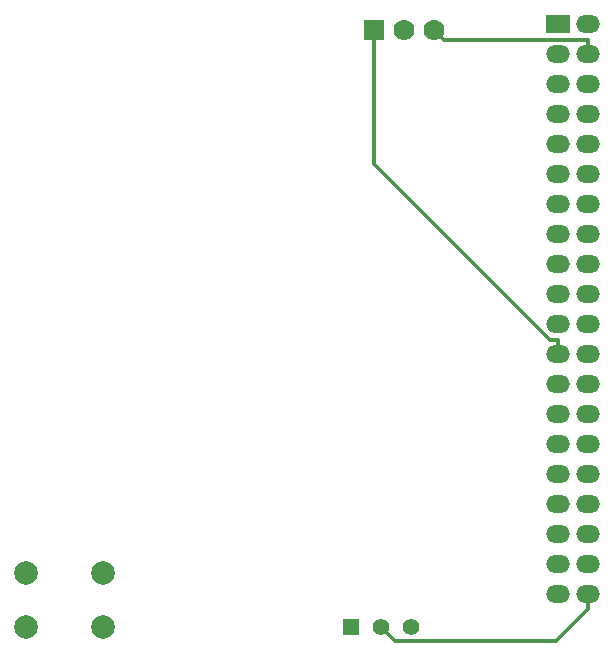
<source format=gbr>
G04 #@! TF.FileFunction,Copper,L2,Bot,Signal*
%FSLAX46Y46*%
G04 Gerber Fmt 4.6, Leading zero omitted, Abs format (unit mm)*
G04 Created by KiCad (PCBNEW 4.0.6) date 07/13/17 10:05:15*
%MOMM*%
%LPD*%
G01*
G04 APERTURE LIST*
%ADD10C,0.100000*%
%ADD11R,1.778000X1.778000*%
%ADD12C,1.778000*%
%ADD13C,2.000000*%
%ADD14R,1.397000X1.397000*%
%ADD15C,1.397000*%
%ADD16R,2.000000X1.524000*%
%ADD17O,2.000000X1.524000*%
%ADD18C,0.300000*%
G04 APERTURE END LIST*
D10*
D11*
X162960000Y-79500000D03*
D12*
X165500000Y-79500000D03*
X168040000Y-79500000D03*
D13*
X133500000Y-130000000D03*
X133500000Y-125500000D03*
X140000000Y-130000000D03*
X140000000Y-125500000D03*
D14*
X160960000Y-130000000D03*
D15*
X163500000Y-130000000D03*
X166040000Y-130000000D03*
D16*
X178500000Y-79000000D03*
D17*
X181040000Y-79000000D03*
X178500000Y-91700000D03*
X181040000Y-81540000D03*
X178500000Y-94240000D03*
X181040000Y-84080000D03*
X178500000Y-96780000D03*
X181040000Y-86620000D03*
X178500000Y-99320000D03*
X181040000Y-89160000D03*
X178500000Y-101860000D03*
X181040000Y-91700000D03*
X178500000Y-104400000D03*
X181040000Y-94240000D03*
X178500000Y-106940000D03*
X181040000Y-96780000D03*
X178500000Y-109480000D03*
X181040000Y-99320000D03*
X178500000Y-112020000D03*
X181040000Y-101860000D03*
X178500000Y-114560000D03*
X181040000Y-104400000D03*
X178500000Y-117100000D03*
X181040000Y-106940000D03*
X181040000Y-109480000D03*
X178500000Y-119640000D03*
X181040000Y-112020000D03*
X181040000Y-117100000D03*
X181040000Y-119640000D03*
X181040000Y-122180000D03*
X181040000Y-124720000D03*
X178500000Y-122180000D03*
X178500000Y-124720000D03*
X178500000Y-81540000D03*
X178500000Y-84080000D03*
X178500000Y-86620000D03*
X178500000Y-89160000D03*
X178500000Y-127260000D03*
X181040000Y-127260000D03*
X181040000Y-114560000D03*
D18*
X168867700Y-80327700D02*
X168040000Y-79500000D01*
X181040000Y-80327700D02*
X168867700Y-80327700D01*
X181040000Y-81540000D02*
X181040000Y-80327700D01*
X178327500Y-131184800D02*
X181040000Y-128472300D01*
X164684800Y-131184800D02*
X178327500Y-131184800D01*
X163500000Y-130000000D02*
X164684800Y-131184800D01*
X181040000Y-127260000D02*
X181040000Y-128472300D01*
X162960000Y-90869600D02*
X162960000Y-79500000D01*
X177818100Y-105727700D02*
X162960000Y-90869600D01*
X178500000Y-105727700D02*
X177818100Y-105727700D01*
X178500000Y-106940000D02*
X178500000Y-105727700D01*
M02*

</source>
